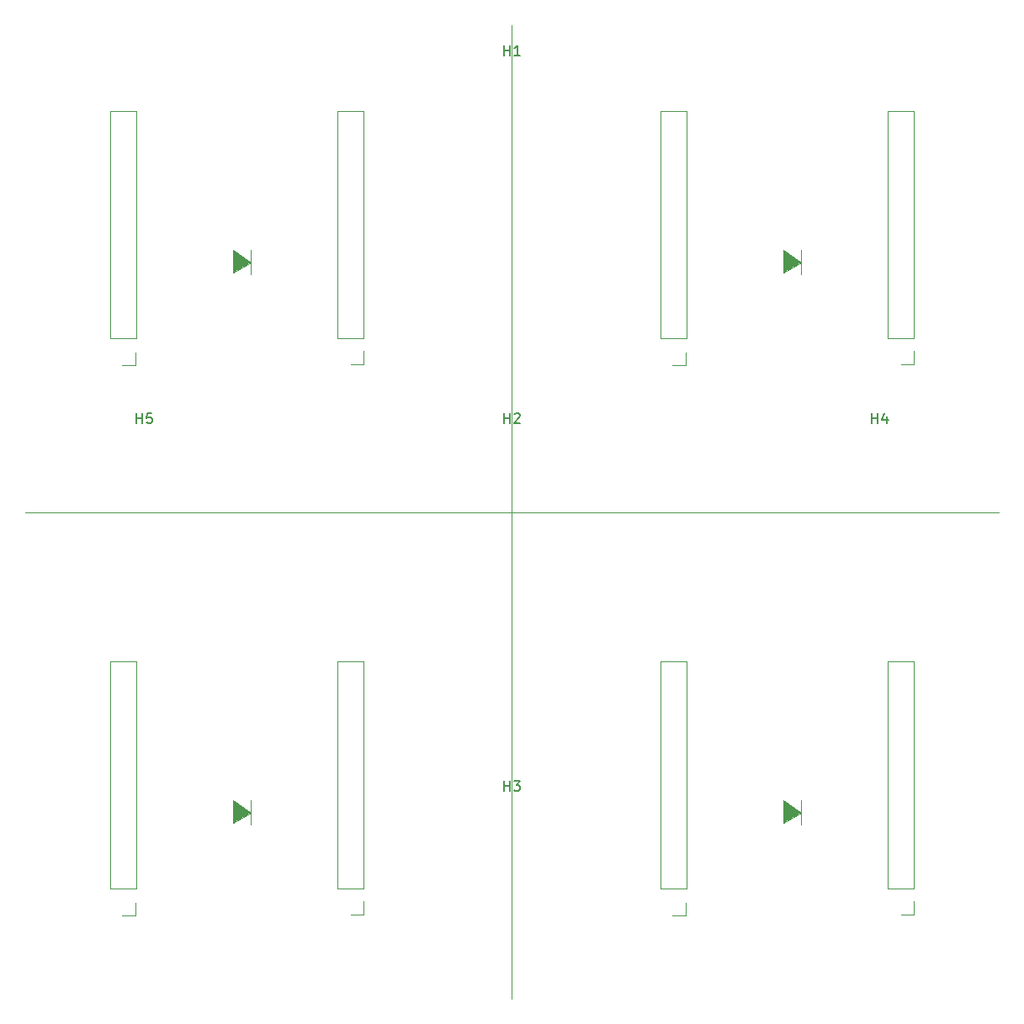
<source format=gbr>
%TF.GenerationSoftware,KiCad,Pcbnew,7.0.5-0*%
%TF.CreationDate,2023-08-23T11:20:48-04:00*%
%TF.ProjectId,quad_sipm,71756164-5f73-4697-906d-2e6b69636164,rev?*%
%TF.SameCoordinates,Original*%
%TF.FileFunction,Legend,Top*%
%TF.FilePolarity,Positive*%
%FSLAX46Y46*%
G04 Gerber Fmt 4.6, Leading zero omitted, Abs format (unit mm)*
G04 Created by KiCad (PCBNEW 7.0.5-0) date 2023-08-23 11:20:48*
%MOMM*%
%LPD*%
G01*
G04 APERTURE LIST*
%ADD10C,0.120000*%
%ADD11C,0.150000*%
%ADD12C,0.100000*%
G04 APERTURE END LIST*
D10*
X51000000Y-100000000D02*
X149000000Y-100000000D01*
X100000000Y-51000000D02*
X100000000Y-149000000D01*
D11*
%TO.C,H2*%
X99238095Y-91054819D02*
X99238095Y-90054819D01*
X99238095Y-90531009D02*
X99809523Y-90531009D01*
X99809523Y-91054819D02*
X99809523Y-90054819D01*
X100238095Y-90150057D02*
X100285714Y-90102438D01*
X100285714Y-90102438D02*
X100380952Y-90054819D01*
X100380952Y-90054819D02*
X100619047Y-90054819D01*
X100619047Y-90054819D02*
X100714285Y-90102438D01*
X100714285Y-90102438D02*
X100761904Y-90150057D01*
X100761904Y-90150057D02*
X100809523Y-90245295D01*
X100809523Y-90245295D02*
X100809523Y-90340533D01*
X100809523Y-90340533D02*
X100761904Y-90483390D01*
X100761904Y-90483390D02*
X100190476Y-91054819D01*
X100190476Y-91054819D02*
X100809523Y-91054819D01*
%TO.C,H3*%
X99238095Y-128054819D02*
X99238095Y-127054819D01*
X99238095Y-127531009D02*
X99809523Y-127531009D01*
X99809523Y-128054819D02*
X99809523Y-127054819D01*
X100190476Y-127054819D02*
X100809523Y-127054819D01*
X100809523Y-127054819D02*
X100476190Y-127435771D01*
X100476190Y-127435771D02*
X100619047Y-127435771D01*
X100619047Y-127435771D02*
X100714285Y-127483390D01*
X100714285Y-127483390D02*
X100761904Y-127531009D01*
X100761904Y-127531009D02*
X100809523Y-127626247D01*
X100809523Y-127626247D02*
X100809523Y-127864342D01*
X100809523Y-127864342D02*
X100761904Y-127959580D01*
X100761904Y-127959580D02*
X100714285Y-128007200D01*
X100714285Y-128007200D02*
X100619047Y-128054819D01*
X100619047Y-128054819D02*
X100333333Y-128054819D01*
X100333333Y-128054819D02*
X100238095Y-128007200D01*
X100238095Y-128007200D02*
X100190476Y-127959580D01*
%TO.C,H4*%
X136238095Y-91054819D02*
X136238095Y-90054819D01*
X136238095Y-90531009D02*
X136809523Y-90531009D01*
X136809523Y-91054819D02*
X136809523Y-90054819D01*
X137714285Y-90388152D02*
X137714285Y-91054819D01*
X137476190Y-90007200D02*
X137238095Y-90721485D01*
X137238095Y-90721485D02*
X137857142Y-90721485D01*
%TO.C,H5*%
X62238095Y-91054819D02*
X62238095Y-90054819D01*
X62238095Y-90531009D02*
X62809523Y-90531009D01*
X62809523Y-91054819D02*
X62809523Y-90054819D01*
X63761904Y-90054819D02*
X63285714Y-90054819D01*
X63285714Y-90054819D02*
X63238095Y-90531009D01*
X63238095Y-90531009D02*
X63285714Y-90483390D01*
X63285714Y-90483390D02*
X63380952Y-90435771D01*
X63380952Y-90435771D02*
X63619047Y-90435771D01*
X63619047Y-90435771D02*
X63714285Y-90483390D01*
X63714285Y-90483390D02*
X63761904Y-90531009D01*
X63761904Y-90531009D02*
X63809523Y-90626247D01*
X63809523Y-90626247D02*
X63809523Y-90864342D01*
X63809523Y-90864342D02*
X63761904Y-90959580D01*
X63761904Y-90959580D02*
X63714285Y-91007200D01*
X63714285Y-91007200D02*
X63619047Y-91054819D01*
X63619047Y-91054819D02*
X63380952Y-91054819D01*
X63380952Y-91054819D02*
X63285714Y-91007200D01*
X63285714Y-91007200D02*
X63238095Y-90959580D01*
%TO.C,H1*%
X99238095Y-54054819D02*
X99238095Y-53054819D01*
X99238095Y-53531009D02*
X99809523Y-53531009D01*
X99809523Y-54054819D02*
X99809523Y-53054819D01*
X100809523Y-54054819D02*
X100238095Y-54054819D01*
X100523809Y-54054819D02*
X100523809Y-53054819D01*
X100523809Y-53054819D02*
X100428571Y-53197676D01*
X100428571Y-53197676D02*
X100333333Y-53292914D01*
X100333333Y-53292914D02*
X100238095Y-53340533D01*
D10*
%TO.C,J7*%
X140476000Y-85150000D02*
X139146000Y-85150000D01*
X140476000Y-83820000D02*
X140476000Y-85150000D01*
X140476000Y-82550000D02*
X140476000Y-59630000D01*
X140476000Y-82550000D02*
X137816000Y-82550000D01*
X140476000Y-59630000D02*
X137816000Y-59630000D01*
X137816000Y-82550000D02*
X137816000Y-59630000D01*
D12*
X129113000Y-76073000D02*
X129113000Y-73660000D01*
D10*
X117616000Y-82550000D02*
X117616000Y-59630000D01*
X117616000Y-82550000D02*
X114956000Y-82550000D01*
X117616000Y-59630000D02*
X114956000Y-59630000D01*
X117463600Y-85251600D02*
X116133600Y-85251600D01*
X117463600Y-83921600D02*
X117463600Y-85251600D01*
X114956000Y-82550000D02*
X114956000Y-59630000D01*
D12*
X129113000Y-74930000D02*
X127335000Y-75946000D01*
X127335000Y-73660000D01*
X129113000Y-74930000D01*
G36*
X129113000Y-74930000D02*
G01*
X127335000Y-75946000D01*
X127335000Y-73660000D01*
X129113000Y-74930000D01*
G37*
D10*
%TO.C,J8*%
X85104000Y-85150000D02*
X83774000Y-85150000D01*
X85104000Y-83820000D02*
X85104000Y-85150000D01*
X85104000Y-82550000D02*
X85104000Y-59630000D01*
X85104000Y-82550000D02*
X82444000Y-82550000D01*
X85104000Y-59630000D02*
X82444000Y-59630000D01*
X82444000Y-82550000D02*
X82444000Y-59630000D01*
D12*
X73741000Y-76073000D02*
X73741000Y-73660000D01*
D10*
X62244000Y-82550000D02*
X62244000Y-59630000D01*
X62244000Y-82550000D02*
X59584000Y-82550000D01*
X62244000Y-59630000D02*
X59584000Y-59630000D01*
X62091600Y-85251600D02*
X60761600Y-85251600D01*
X62091600Y-83921600D02*
X62091600Y-85251600D01*
X59584000Y-82550000D02*
X59584000Y-59630000D01*
D12*
X73741000Y-74930000D02*
X71963000Y-75946000D01*
X71963000Y-73660000D01*
X73741000Y-74930000D01*
G36*
X73741000Y-74930000D02*
G01*
X71963000Y-75946000D01*
X71963000Y-73660000D01*
X73741000Y-74930000D01*
G37*
D10*
%TO.C,J6*%
X85104000Y-140522000D02*
X83774000Y-140522000D01*
X85104000Y-139192000D02*
X85104000Y-140522000D01*
X85104000Y-137922000D02*
X85104000Y-115002000D01*
X85104000Y-137922000D02*
X82444000Y-137922000D01*
X85104000Y-115002000D02*
X82444000Y-115002000D01*
X82444000Y-137922000D02*
X82444000Y-115002000D01*
D12*
X73741000Y-131445000D02*
X73741000Y-129032000D01*
D10*
X62244000Y-137922000D02*
X62244000Y-115002000D01*
X62244000Y-137922000D02*
X59584000Y-137922000D01*
X62244000Y-115002000D02*
X59584000Y-115002000D01*
X62091600Y-140623600D02*
X60761600Y-140623600D01*
X62091600Y-139293600D02*
X62091600Y-140623600D01*
X59584000Y-137922000D02*
X59584000Y-115002000D01*
D12*
X73741000Y-130302000D02*
X71963000Y-131318000D01*
X71963000Y-129032000D01*
X73741000Y-130302000D01*
G36*
X73741000Y-130302000D02*
G01*
X71963000Y-131318000D01*
X71963000Y-129032000D01*
X73741000Y-130302000D01*
G37*
D10*
%TO.C,J5*%
X140476000Y-140522000D02*
X139146000Y-140522000D01*
X140476000Y-139192000D02*
X140476000Y-140522000D01*
X140476000Y-137922000D02*
X140476000Y-115002000D01*
X140476000Y-137922000D02*
X137816000Y-137922000D01*
X140476000Y-115002000D02*
X137816000Y-115002000D01*
X137816000Y-137922000D02*
X137816000Y-115002000D01*
D12*
X129113000Y-131445000D02*
X129113000Y-129032000D01*
D10*
X117616000Y-137922000D02*
X117616000Y-115002000D01*
X117616000Y-137922000D02*
X114956000Y-137922000D01*
X117616000Y-115002000D02*
X114956000Y-115002000D01*
X117463600Y-140623600D02*
X116133600Y-140623600D01*
X117463600Y-139293600D02*
X117463600Y-140623600D01*
X114956000Y-137922000D02*
X114956000Y-115002000D01*
D12*
X129113000Y-130302000D02*
X127335000Y-131318000D01*
X127335000Y-129032000D01*
X129113000Y-130302000D01*
G36*
X129113000Y-130302000D02*
G01*
X127335000Y-131318000D01*
X127335000Y-129032000D01*
X129113000Y-130302000D01*
G37*
%TD*%
M02*

</source>
